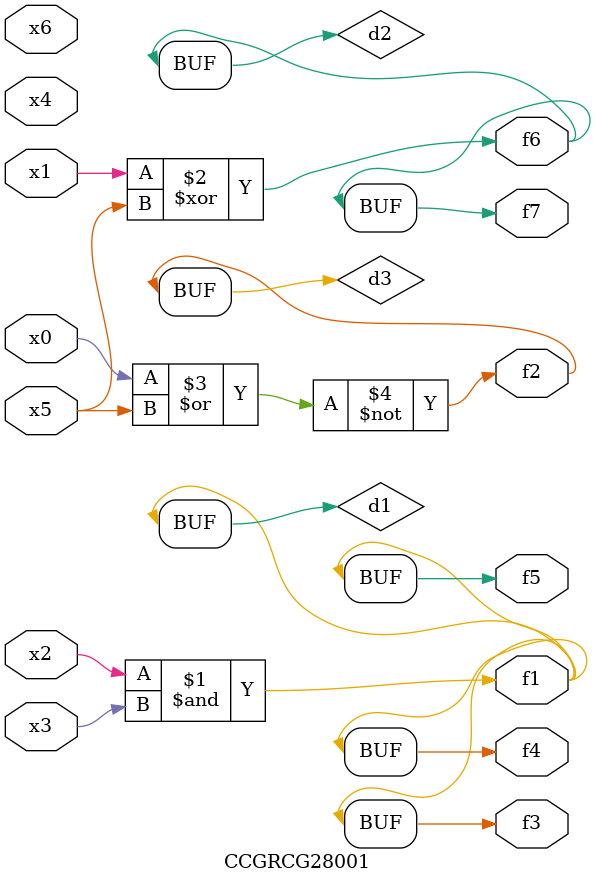
<source format=v>
module CCGRCG28001(
	input x0, x1, x2, x3, x4, x5, x6,
	output f1, f2, f3, f4, f5, f6, f7
);

	wire d1, d2, d3;

	and (d1, x2, x3);
	xor (d2, x1, x5);
	nor (d3, x0, x5);
	assign f1 = d1;
	assign f2 = d3;
	assign f3 = d1;
	assign f4 = d1;
	assign f5 = d1;
	assign f6 = d2;
	assign f7 = d2;
endmodule

</source>
